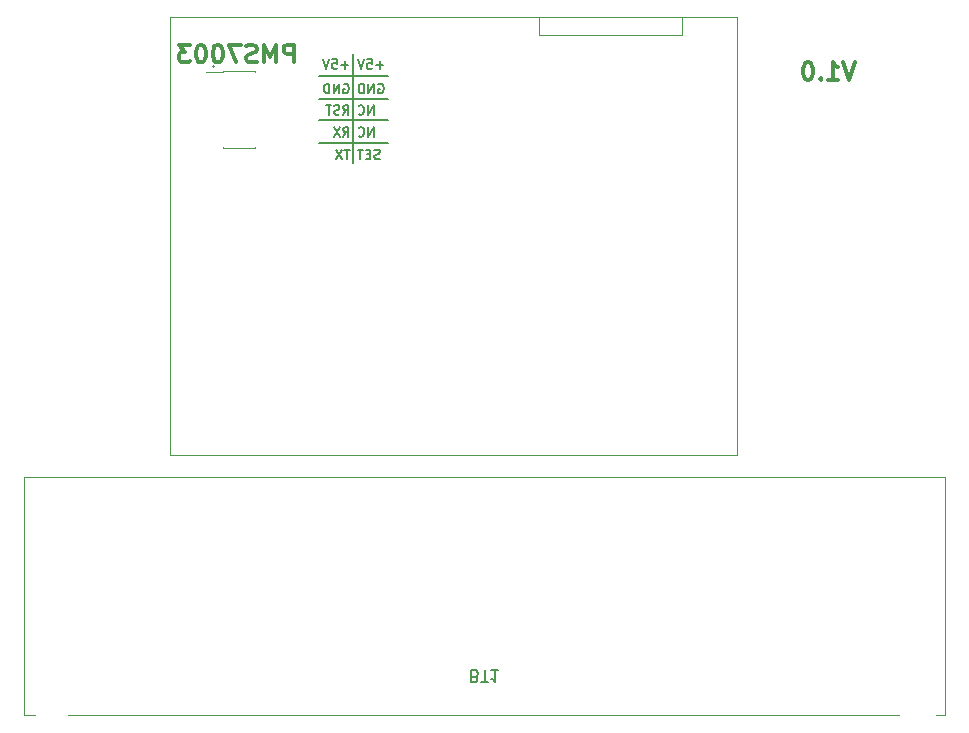
<source format=gbo>
G04 #@! TF.GenerationSoftware,KiCad,Pcbnew,(6.0.11)*
G04 #@! TF.CreationDate,2023-03-03T14:47:03+07:00*
G04 #@! TF.ProjectId,chargerV1,63686172-6765-4725-9631-2e6b69636164,rev?*
G04 #@! TF.SameCoordinates,Original*
G04 #@! TF.FileFunction,Legend,Bot*
G04 #@! TF.FilePolarity,Positive*
%FSLAX46Y46*%
G04 Gerber Fmt 4.6, Leading zero omitted, Abs format (unit mm)*
G04 Created by KiCad (PCBNEW (6.0.11)) date 2023-03-03 14:47:03*
%MOMM*%
%LPD*%
G01*
G04 APERTURE LIST*
%ADD10C,0.150000*%
%ADD11C,0.300000*%
%ADD12C,0.120000*%
%ADD13C,0.160000*%
%ADD14C,0.700000*%
%ADD15C,4.400000*%
%ADD16C,0.650000*%
%ADD17O,1.000000X2.100000*%
%ADD18O,1.000000X1.600000*%
%ADD19R,3.500000X3.500000*%
%ADD20C,3.500000*%
%ADD21R,2.100000X0.750000*%
G04 APERTURE END LIST*
D10*
X86010000Y-35750000D02*
X91810000Y-35750000D01*
X86010000Y-33850000D02*
X91810000Y-33850000D01*
X88910000Y-32000000D02*
X88910000Y-41200000D01*
X86010000Y-39500000D02*
X91810000Y-39500000D01*
X86010000Y-37550000D02*
X91810000Y-37550000D01*
X88488571Y-32907142D02*
X87879047Y-32907142D01*
X88183809Y-33211904D02*
X88183809Y-32602380D01*
X87117142Y-32411904D02*
X87498095Y-32411904D01*
X87536190Y-32792857D01*
X87498095Y-32754761D01*
X87421904Y-32716666D01*
X87231428Y-32716666D01*
X87155238Y-32754761D01*
X87117142Y-32792857D01*
X87079047Y-32869047D01*
X87079047Y-33059523D01*
X87117142Y-33135714D01*
X87155238Y-33173809D01*
X87231428Y-33211904D01*
X87421904Y-33211904D01*
X87498095Y-33173809D01*
X87536190Y-33135714D01*
X86850476Y-32411904D02*
X86583809Y-33211904D01*
X86317142Y-32411904D01*
D11*
X131395714Y-32678571D02*
X130895714Y-34178571D01*
X130395714Y-32678571D01*
X129110000Y-34178571D02*
X129967142Y-34178571D01*
X129538571Y-34178571D02*
X129538571Y-32678571D01*
X129681428Y-32892857D01*
X129824285Y-33035714D01*
X129967142Y-33107142D01*
X128467142Y-34035714D02*
X128395714Y-34107142D01*
X128467142Y-34178571D01*
X128538571Y-34107142D01*
X128467142Y-34035714D01*
X128467142Y-34178571D01*
X127467142Y-32678571D02*
X127324285Y-32678571D01*
X127181428Y-32750000D01*
X127110000Y-32821428D01*
X127038571Y-32964285D01*
X126967142Y-33250000D01*
X126967142Y-33607142D01*
X127038571Y-33892857D01*
X127110000Y-34035714D01*
X127181428Y-34107142D01*
X127324285Y-34178571D01*
X127467142Y-34178571D01*
X127610000Y-34107142D01*
X127681428Y-34035714D01*
X127752857Y-33892857D01*
X127824285Y-33607142D01*
X127824285Y-33250000D01*
X127752857Y-32964285D01*
X127681428Y-32821428D01*
X127610000Y-32750000D01*
X127467142Y-32678571D01*
D10*
X90638571Y-37111904D02*
X90638571Y-36311904D01*
X90181428Y-37111904D01*
X90181428Y-36311904D01*
X89343333Y-37035714D02*
X89381428Y-37073809D01*
X89495714Y-37111904D01*
X89571904Y-37111904D01*
X89686190Y-37073809D01*
X89762380Y-36997619D01*
X89800476Y-36921428D01*
X89838571Y-36769047D01*
X89838571Y-36654761D01*
X89800476Y-36502380D01*
X89762380Y-36426190D01*
X89686190Y-36350000D01*
X89571904Y-36311904D01*
X89495714Y-36311904D01*
X89381428Y-36350000D01*
X89343333Y-36388095D01*
X91019523Y-34550000D02*
X91095714Y-34511904D01*
X91210000Y-34511904D01*
X91324285Y-34550000D01*
X91400476Y-34626190D01*
X91438571Y-34702380D01*
X91476666Y-34854761D01*
X91476666Y-34969047D01*
X91438571Y-35121428D01*
X91400476Y-35197619D01*
X91324285Y-35273809D01*
X91210000Y-35311904D01*
X91133809Y-35311904D01*
X91019523Y-35273809D01*
X90981428Y-35235714D01*
X90981428Y-34969047D01*
X91133809Y-34969047D01*
X90638571Y-35311904D02*
X90638571Y-34511904D01*
X90181428Y-35311904D01*
X90181428Y-34511904D01*
X89800476Y-35311904D02*
X89800476Y-34511904D01*
X89610000Y-34511904D01*
X89495714Y-34550000D01*
X89419523Y-34626190D01*
X89381428Y-34702380D01*
X89343333Y-34854761D01*
X89343333Y-34969047D01*
X89381428Y-35121428D01*
X89419523Y-35197619D01*
X89495714Y-35273809D01*
X89610000Y-35311904D01*
X89800476Y-35311904D01*
X90638571Y-38961904D02*
X90638571Y-38161904D01*
X90181428Y-38961904D01*
X90181428Y-38161904D01*
X89343333Y-38885714D02*
X89381428Y-38923809D01*
X89495714Y-38961904D01*
X89571904Y-38961904D01*
X89686190Y-38923809D01*
X89762380Y-38847619D01*
X89800476Y-38771428D01*
X89838571Y-38619047D01*
X89838571Y-38504761D01*
X89800476Y-38352380D01*
X89762380Y-38276190D01*
X89686190Y-38200000D01*
X89571904Y-38161904D01*
X89495714Y-38161904D01*
X89381428Y-38200000D01*
X89343333Y-38238095D01*
D11*
X83851428Y-32688571D02*
X83851428Y-31188571D01*
X83280000Y-31188571D01*
X83137142Y-31260000D01*
X83065714Y-31331428D01*
X82994285Y-31474285D01*
X82994285Y-31688571D01*
X83065714Y-31831428D01*
X83137142Y-31902857D01*
X83280000Y-31974285D01*
X83851428Y-31974285D01*
X82351428Y-32688571D02*
X82351428Y-31188571D01*
X81851428Y-32260000D01*
X81351428Y-31188571D01*
X81351428Y-32688571D01*
X80708571Y-32617142D02*
X80494285Y-32688571D01*
X80137142Y-32688571D01*
X79994285Y-32617142D01*
X79922857Y-32545714D01*
X79851428Y-32402857D01*
X79851428Y-32260000D01*
X79922857Y-32117142D01*
X79994285Y-32045714D01*
X80137142Y-31974285D01*
X80422857Y-31902857D01*
X80565714Y-31831428D01*
X80637142Y-31760000D01*
X80708571Y-31617142D01*
X80708571Y-31474285D01*
X80637142Y-31331428D01*
X80565714Y-31260000D01*
X80422857Y-31188571D01*
X80065714Y-31188571D01*
X79851428Y-31260000D01*
X79351428Y-31188571D02*
X78351428Y-31188571D01*
X78994285Y-32688571D01*
X77494285Y-31188571D02*
X77351428Y-31188571D01*
X77208571Y-31260000D01*
X77137142Y-31331428D01*
X77065714Y-31474285D01*
X76994285Y-31760000D01*
X76994285Y-32117142D01*
X77065714Y-32402857D01*
X77137142Y-32545714D01*
X77208571Y-32617142D01*
X77351428Y-32688571D01*
X77494285Y-32688571D01*
X77637142Y-32617142D01*
X77708571Y-32545714D01*
X77780000Y-32402857D01*
X77851428Y-32117142D01*
X77851428Y-31760000D01*
X77780000Y-31474285D01*
X77708571Y-31331428D01*
X77637142Y-31260000D01*
X77494285Y-31188571D01*
X76065714Y-31188571D02*
X75922857Y-31188571D01*
X75780000Y-31260000D01*
X75708571Y-31331428D01*
X75637142Y-31474285D01*
X75565714Y-31760000D01*
X75565714Y-32117142D01*
X75637142Y-32402857D01*
X75708571Y-32545714D01*
X75780000Y-32617142D01*
X75922857Y-32688571D01*
X76065714Y-32688571D01*
X76208571Y-32617142D01*
X76280000Y-32545714D01*
X76351428Y-32402857D01*
X76422857Y-32117142D01*
X76422857Y-31760000D01*
X76351428Y-31474285D01*
X76280000Y-31331428D01*
X76208571Y-31260000D01*
X76065714Y-31188571D01*
X75065714Y-31188571D02*
X74137142Y-31188571D01*
X74637142Y-31760000D01*
X74422857Y-31760000D01*
X74280000Y-31831428D01*
X74208571Y-31902857D01*
X74137142Y-32045714D01*
X74137142Y-32402857D01*
X74208571Y-32545714D01*
X74280000Y-32617142D01*
X74422857Y-32688571D01*
X74851428Y-32688571D01*
X74994285Y-32617142D01*
X75065714Y-32545714D01*
D10*
X88031428Y-38961904D02*
X88298095Y-38580952D01*
X88488571Y-38961904D02*
X88488571Y-38161904D01*
X88183809Y-38161904D01*
X88107618Y-38200000D01*
X88069523Y-38238095D01*
X88031428Y-38314285D01*
X88031428Y-38428571D01*
X88069523Y-38504761D01*
X88107618Y-38542857D01*
X88183809Y-38580952D01*
X88488571Y-38580952D01*
X87764761Y-38161904D02*
X87231428Y-38961904D01*
X87231428Y-38161904D02*
X87764761Y-38961904D01*
X88069523Y-34550000D02*
X88145714Y-34511904D01*
X88260000Y-34511904D01*
X88374285Y-34550000D01*
X88450476Y-34626190D01*
X88488571Y-34702380D01*
X88526666Y-34854761D01*
X88526666Y-34969047D01*
X88488571Y-35121428D01*
X88450476Y-35197619D01*
X88374285Y-35273809D01*
X88260000Y-35311904D01*
X88183809Y-35311904D01*
X88069523Y-35273809D01*
X88031428Y-35235714D01*
X88031428Y-34969047D01*
X88183809Y-34969047D01*
X87688571Y-35311904D02*
X87688571Y-34511904D01*
X87231428Y-35311904D01*
X87231428Y-34511904D01*
X86850476Y-35311904D02*
X86850476Y-34511904D01*
X86660000Y-34511904D01*
X86545714Y-34550000D01*
X86469523Y-34626190D01*
X86431428Y-34702380D01*
X86393333Y-34854761D01*
X86393333Y-34969047D01*
X86431428Y-35121428D01*
X86469523Y-35197619D01*
X86545714Y-35273809D01*
X86660000Y-35311904D01*
X86850476Y-35311904D01*
X88602856Y-40061904D02*
X88145713Y-40061904D01*
X88374285Y-40861904D02*
X88374285Y-40061904D01*
X87955237Y-40061904D02*
X87421904Y-40861904D01*
X87421904Y-40061904D02*
X87955237Y-40861904D01*
X91438571Y-32907142D02*
X90829047Y-32907142D01*
X91133809Y-33211904D02*
X91133809Y-32602380D01*
X90067142Y-32411904D02*
X90448095Y-32411904D01*
X90486190Y-32792857D01*
X90448095Y-32754761D01*
X90371904Y-32716666D01*
X90181428Y-32716666D01*
X90105238Y-32754761D01*
X90067142Y-32792857D01*
X90029047Y-32869047D01*
X90029047Y-33059523D01*
X90067142Y-33135714D01*
X90105238Y-33173809D01*
X90181428Y-33211904D01*
X90371904Y-33211904D01*
X90448095Y-33173809D01*
X90486190Y-33135714D01*
X89800476Y-32411904D02*
X89533809Y-33211904D01*
X89267142Y-32411904D01*
X88031428Y-37111904D02*
X88298094Y-36730952D01*
X88488571Y-37111904D02*
X88488571Y-36311904D01*
X88183809Y-36311904D01*
X88107618Y-36350000D01*
X88069523Y-36388095D01*
X88031428Y-36464285D01*
X88031428Y-36578571D01*
X88069523Y-36654761D01*
X88107618Y-36692857D01*
X88183809Y-36730952D01*
X88488571Y-36730952D01*
X87726666Y-37073809D02*
X87612380Y-37111904D01*
X87421904Y-37111904D01*
X87345713Y-37073809D01*
X87307618Y-37035714D01*
X87269523Y-36959523D01*
X87269523Y-36883333D01*
X87307618Y-36807142D01*
X87345713Y-36769047D01*
X87421904Y-36730952D01*
X87574285Y-36692857D01*
X87650475Y-36654761D01*
X87688571Y-36616666D01*
X87726666Y-36540476D01*
X87726666Y-36464285D01*
X87688571Y-36388095D01*
X87650475Y-36350000D01*
X87574285Y-36311904D01*
X87383809Y-36311904D01*
X87269523Y-36350000D01*
X87040952Y-36311904D02*
X86583809Y-36311904D01*
X86812380Y-37111904D02*
X86812380Y-36311904D01*
X91133810Y-40823809D02*
X91019524Y-40861904D01*
X90829048Y-40861904D01*
X90752857Y-40823809D01*
X90714762Y-40785714D01*
X90676667Y-40709523D01*
X90676667Y-40633333D01*
X90714762Y-40557142D01*
X90752857Y-40519047D01*
X90829048Y-40480952D01*
X90981429Y-40442857D01*
X91057619Y-40404761D01*
X91095714Y-40366666D01*
X91133810Y-40290476D01*
X91133810Y-40214285D01*
X91095714Y-40138095D01*
X91057619Y-40100000D01*
X90981429Y-40061904D01*
X90790952Y-40061904D01*
X90676667Y-40100000D01*
X90333810Y-40442857D02*
X90067143Y-40442857D01*
X89952857Y-40861904D02*
X90333810Y-40861904D01*
X90333810Y-40061904D01*
X89952857Y-40061904D01*
X89724286Y-40061904D02*
X89267143Y-40061904D01*
X89495714Y-40861904D02*
X89495714Y-40061904D01*
X99214285Y-84691428D02*
X99357142Y-84643809D01*
X99404761Y-84596190D01*
X99452380Y-84500952D01*
X99452380Y-84358095D01*
X99404761Y-84262857D01*
X99357142Y-84215238D01*
X99261904Y-84167619D01*
X98880952Y-84167619D01*
X98880952Y-85167619D01*
X99214285Y-85167619D01*
X99309523Y-85120000D01*
X99357142Y-85072380D01*
X99404761Y-84977142D01*
X99404761Y-84881904D01*
X99357142Y-84786666D01*
X99309523Y-84739047D01*
X99214285Y-84691428D01*
X98880952Y-84691428D01*
X99738095Y-85167619D02*
X100309523Y-85167619D01*
X100023809Y-84167619D02*
X100023809Y-85167619D01*
X101166666Y-84167619D02*
X100595238Y-84167619D01*
X100880952Y-84167619D02*
X100880952Y-85167619D01*
X100785714Y-85024761D01*
X100690476Y-84929523D01*
X100595238Y-84881904D01*
D12*
X139000000Y-87920000D02*
X139000000Y-67820000D01*
X61000000Y-87920000D02*
X139000000Y-87920000D01*
X139000000Y-67820000D02*
X61000000Y-67820000D01*
X61000000Y-67820000D02*
X61000000Y-87920000D01*
X77880000Y-39855000D02*
X77880000Y-39915000D01*
X77880000Y-33505000D02*
X76420000Y-33505000D01*
X80540000Y-33445000D02*
X80540000Y-33505000D01*
X80540000Y-39915000D02*
X77880000Y-39915000D01*
X77880000Y-33445000D02*
X77880000Y-33505000D01*
X80540000Y-33445000D02*
X77880000Y-33445000D01*
X80540000Y-39855000D02*
X80540000Y-39915000D01*
X116730000Y-28880000D02*
X104580000Y-28880000D01*
X104580000Y-28880000D02*
X104580000Y-30380000D01*
X104580000Y-30380000D02*
X116730000Y-30380000D01*
X116730000Y-30380000D02*
X116730000Y-28880000D01*
X73380000Y-28880000D02*
X121380000Y-28880000D01*
X121380000Y-28880000D02*
X121380000Y-65880000D01*
X121380000Y-65880000D02*
X73380000Y-65880000D01*
X73380000Y-65880000D02*
X73380000Y-28880000D01*
D13*
X77140000Y-33030000D02*
G75*
G03*
X77140000Y-33030000I-80000J0D01*
G01*
%LPC*%
D14*
X49362614Y-26328274D03*
X51696066Y-28661726D03*
X50529340Y-25845000D03*
X52179340Y-27495000D03*
X48879340Y-27495000D03*
D15*
X50529340Y-27495000D03*
D14*
X50529340Y-29145000D03*
X49362614Y-28661726D03*
X51696066Y-26328274D03*
X64562926Y-87376726D03*
X62229474Y-85043274D03*
X63396200Y-87860000D03*
X63396200Y-84560000D03*
X65046200Y-86210000D03*
X64562926Y-85043274D03*
X61746200Y-86210000D03*
X62229474Y-87376726D03*
D15*
X63396200Y-86210000D03*
D14*
X135573274Y-85173274D03*
X135090000Y-86340000D03*
X137906726Y-85173274D03*
X138390000Y-86340000D03*
X137906726Y-87506726D03*
X136740000Y-84690000D03*
X135573274Y-87506726D03*
X136740000Y-87990000D03*
D15*
X136740000Y-86340000D03*
D14*
X62233274Y-32466726D03*
X63400000Y-29650000D03*
X63400000Y-32950000D03*
X64566726Y-30133274D03*
D15*
X63400000Y-31300000D03*
D14*
X61750000Y-31300000D03*
X65050000Y-31300000D03*
X62233274Y-30133274D03*
X64566726Y-32466726D03*
X48690000Y-89400000D03*
X51506726Y-90566726D03*
X50340000Y-87750000D03*
X50340000Y-91050000D03*
X51990000Y-89400000D03*
X49173274Y-90566726D03*
X51506726Y-88233274D03*
D15*
X50340000Y-89400000D03*
D14*
X49173274Y-88233274D03*
D16*
X80390000Y-83135000D03*
X86170000Y-83135000D03*
D17*
X87600000Y-82455000D03*
X78960000Y-82455000D03*
D18*
X87600000Y-86635000D03*
X78960000Y-86635000D03*
D19*
X64000000Y-77870000D03*
D20*
X136000000Y-77870000D03*
D21*
X77410000Y-34140000D03*
X81010000Y-34140000D03*
X77410000Y-35410000D03*
X81010000Y-35410000D03*
X77410000Y-36680000D03*
X81010000Y-36680000D03*
X77410000Y-37950000D03*
X81010000Y-37950000D03*
X77410000Y-39220000D03*
X81010000Y-39220000D03*
M02*

</source>
